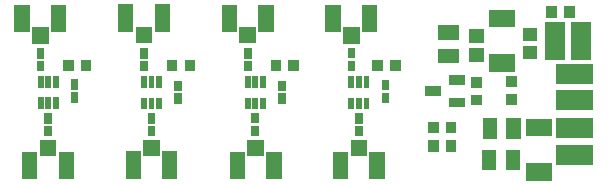
<source format=gts>
G04 Layer: TopSolderMaskLayer*
G04 EasyEDA v6.4.25, 2021-09-22T10:01:34+05:30*
G04 8cc9cb2f6d7c45b292ba83ed26aff0c4,f7b9aed3ca5c4f10b20383f968238e49,10*
G04 Gerber Generator version 0.2*
G04 Scale: 100 percent, Rotated: No, Reflected: No *
G04 Dimensions in inches *
G04 leading zeros omitted , absolute positions ,3 integer and 6 decimal *
%FSLAX36Y36*%
%MOIN*%

%ADD10C,0.0001*%

%LPD*%
G36*
X1235900Y382540D02*
G01*
X1235900Y420540D01*
X1271700Y420540D01*
X1271700Y382540D01*
G37*
G36*
X1295199Y382540D02*
G01*
X1295199Y420540D01*
X1330999Y420540D01*
X1330999Y382540D01*
G37*
G36*
X897300Y382540D02*
G01*
X897300Y420540D01*
X933099Y420540D01*
X933099Y382540D01*
G37*
G36*
X956700Y382540D02*
G01*
X956700Y420540D01*
X992400Y420540D01*
X992400Y382540D01*
G37*
G36*
X550900Y382540D02*
G01*
X550900Y420540D01*
X586600Y420540D01*
X586600Y382540D01*
G37*
G36*
X610199Y382540D02*
G01*
X610199Y420540D01*
X645999Y420540D01*
X645999Y382540D01*
G37*
G36*
X204400Y382540D02*
G01*
X204400Y420540D01*
X240199Y420540D01*
X240199Y382540D01*
G37*
G36*
X263700Y382540D02*
G01*
X263700Y420540D01*
X299500Y420540D01*
X299500Y382540D01*
G37*
G36*
X1267199Y276040D02*
G01*
X1267199Y311140D01*
X1292500Y311140D01*
X1292500Y276040D01*
G37*
G36*
X1267199Y318940D02*
G01*
X1267199Y354039D01*
X1292500Y354039D01*
X1292500Y318940D01*
G37*
G36*
X922599Y274039D02*
G01*
X922599Y309140D01*
X947900Y309140D01*
X947900Y274039D01*
G37*
G36*
X922599Y316939D02*
G01*
X922599Y352040D01*
X947900Y352040D01*
X947900Y316939D01*
G37*
G36*
X576100Y274039D02*
G01*
X576100Y309140D01*
X601399Y309140D01*
X601399Y274039D01*
G37*
G36*
X576100Y316939D02*
G01*
X576100Y352040D01*
X601399Y352040D01*
X601399Y316939D01*
G37*
G36*
X230700Y277840D02*
G01*
X230700Y312940D01*
X255900Y312940D01*
X255900Y277840D01*
G37*
G36*
X230700Y320740D02*
G01*
X230700Y355840D01*
X255900Y355840D01*
X255900Y320740D01*
G37*
G36*
X117200Y382240D02*
G01*
X117200Y417440D01*
X142400Y417440D01*
X142400Y382240D01*
G37*
G36*
X117200Y425240D02*
G01*
X117200Y460340D01*
X142400Y460340D01*
X142400Y425240D01*
G37*
G36*
X1178600Y165740D02*
G01*
X1178600Y200840D01*
X1203899Y200840D01*
X1203899Y165740D01*
G37*
G36*
X1178600Y208640D02*
G01*
X1178600Y243740D01*
X1203899Y243740D01*
X1203899Y208640D01*
G37*
G36*
X833400Y165840D02*
G01*
X833400Y201040D01*
X858600Y201040D01*
X858600Y165840D01*
G37*
G36*
X833400Y208840D02*
G01*
X833400Y243940D01*
X858600Y243940D01*
X858600Y208840D01*
G37*
G36*
X487599Y165840D02*
G01*
X487599Y200940D01*
X512900Y200940D01*
X512900Y165840D01*
G37*
G36*
X487599Y208740D02*
G01*
X487599Y243840D01*
X512900Y243840D01*
X512900Y208740D01*
G37*
G36*
X142899Y165740D02*
G01*
X142899Y200840D01*
X168200Y200840D01*
X168200Y165740D01*
G37*
G36*
X142899Y208640D02*
G01*
X142899Y243740D01*
X168200Y243740D01*
X168200Y208640D01*
G37*
G36*
X1154000Y382940D02*
G01*
X1154000Y418040D01*
X1179299Y418040D01*
X1179299Y382940D01*
G37*
G36*
X1154000Y425840D02*
G01*
X1154000Y460940D01*
X1179299Y460940D01*
X1179299Y425840D01*
G37*
G36*
X808400Y382340D02*
G01*
X808400Y417440D01*
X833700Y417440D01*
X833700Y382340D01*
G37*
G36*
X808400Y425240D02*
G01*
X808400Y460340D01*
X833700Y460340D01*
X833700Y425240D01*
G37*
G36*
X462000Y382440D02*
G01*
X462000Y417540D01*
X487300Y417540D01*
X487300Y382440D01*
G37*
G36*
X462000Y425340D02*
G01*
X462000Y460440D01*
X487300Y460440D01*
X487300Y425340D01*
G37*
G36*
X1815099Y561840D02*
G01*
X1815099Y599840D01*
X1850900Y599840D01*
X1850900Y561840D01*
G37*
G36*
X1874500Y561840D02*
G01*
X1874500Y599840D01*
X1910199Y599840D01*
X1910199Y561840D01*
G37*
G36*
X1226500Y24540D02*
G01*
X1226500Y115240D01*
X1277699Y115240D01*
X1277699Y24540D01*
G37*
G36*
X1163600Y99340D02*
G01*
X1163600Y154540D01*
X1218700Y154540D01*
X1218700Y99340D01*
G37*
G36*
X1104500Y24540D02*
G01*
X1104500Y115240D01*
X1155700Y115240D01*
X1155700Y24540D01*
G37*
G36*
X882699Y24439D02*
G01*
X882699Y115140D01*
X933899Y115140D01*
X933899Y24439D01*
G37*
G36*
X819800Y99239D02*
G01*
X819800Y154439D01*
X874900Y154439D01*
X874900Y99239D01*
G37*
G36*
X760700Y24439D02*
G01*
X760700Y115140D01*
X811900Y115140D01*
X811900Y24439D01*
G37*
G36*
X535499Y24840D02*
G01*
X535499Y115540D01*
X586700Y115540D01*
X586700Y24840D01*
G37*
G36*
X472599Y99639D02*
G01*
X472599Y154840D01*
X527699Y154840D01*
X527699Y99639D01*
G37*
G36*
X413499Y24840D02*
G01*
X413499Y115540D01*
X464699Y115540D01*
X464699Y24840D01*
G37*
G36*
X191000Y24639D02*
G01*
X191000Y115240D01*
X242200Y115240D01*
X242200Y24639D01*
G37*
G36*
X128000Y99340D02*
G01*
X128000Y154540D01*
X183200Y154540D01*
X183200Y99340D01*
G37*
G36*
X68900Y24639D02*
G01*
X68900Y115240D01*
X120100Y115240D01*
X120100Y24639D01*
G37*
G36*
X1079600Y514340D02*
G01*
X1079600Y604940D01*
X1130800Y604940D01*
X1130800Y514340D01*
G37*
G36*
X1138600Y475040D02*
G01*
X1138600Y530240D01*
X1193800Y530240D01*
X1193800Y475040D01*
G37*
G36*
X1201600Y514340D02*
G01*
X1201600Y604940D01*
X1252900Y604940D01*
X1252900Y514340D01*
G37*
G36*
X734400Y514840D02*
G01*
X734400Y605440D01*
X785700Y605440D01*
X785700Y514840D01*
G37*
G36*
X793400Y475540D02*
G01*
X793400Y530740D01*
X848600Y530740D01*
X848600Y475540D01*
G37*
G36*
X856500Y514840D02*
G01*
X856500Y605440D01*
X907699Y605440D01*
X907699Y514840D01*
G37*
G36*
X388800Y515240D02*
G01*
X388800Y605840D01*
X440000Y605840D01*
X440000Y515240D01*
G37*
G36*
X447800Y475940D02*
G01*
X447800Y531040D01*
X502900Y531040D01*
X502900Y475940D01*
G37*
G36*
X510800Y515240D02*
G01*
X510800Y605840D01*
X562000Y605840D01*
X562000Y515240D01*
G37*
G36*
X43400Y514740D02*
G01*
X43400Y605340D01*
X94600Y605340D01*
X94600Y514740D01*
G37*
G36*
X102400Y475440D02*
G01*
X102400Y530540D01*
X157600Y530540D01*
X157600Y475440D01*
G37*
G36*
X165399Y514740D02*
G01*
X165399Y605340D01*
X216700Y605340D01*
X216700Y514740D01*
G37*
G36*
X1738600Y422240D02*
G01*
X1738600Y465540D01*
X1785900Y465540D01*
X1785900Y422240D01*
G37*
G36*
X1738600Y485240D02*
G01*
X1738600Y528540D01*
X1785900Y528540D01*
X1785900Y485240D01*
G37*
G36*
X1898099Y420240D02*
G01*
X1898099Y546340D01*
X1965099Y546340D01*
X1965099Y420240D01*
G37*
G36*
X1813099Y420240D02*
G01*
X1813099Y546340D01*
X1880099Y546340D01*
X1880099Y420240D01*
G37*
G36*
X1846900Y68840D02*
G01*
X1846900Y135940D01*
X1972999Y135940D01*
X1972999Y68840D01*
G37*
G36*
X1846900Y338840D02*
G01*
X1846900Y405940D01*
X1972999Y405940D01*
X1972999Y338840D01*
G37*
G36*
X1846900Y158840D02*
G01*
X1846900Y225940D01*
X1972999Y225940D01*
X1972999Y158840D01*
G37*
G36*
X1557400Y414340D02*
G01*
X1557400Y461640D01*
X1608700Y461640D01*
X1608700Y414340D01*
G37*
G36*
X1557400Y477340D02*
G01*
X1557400Y524639D01*
X1608700Y524639D01*
X1608700Y477340D01*
G37*
G36*
X1455999Y488240D02*
G01*
X1455999Y535640D01*
X1525000Y535640D01*
X1525000Y488240D01*
G37*
G36*
X1455999Y409439D02*
G01*
X1455999Y456840D01*
X1525000Y456840D01*
X1525000Y409439D01*
G37*
G36*
X1604699Y157340D02*
G01*
X1604699Y226340D01*
X1652100Y226340D01*
X1652100Y157340D01*
G37*
G36*
X1683400Y157340D02*
G01*
X1683400Y226340D01*
X1730800Y226340D01*
X1730800Y157340D01*
G37*
G36*
X1681500Y53040D02*
G01*
X1681500Y122040D01*
X1728800Y122040D01*
X1728800Y53040D01*
G37*
G36*
X1602699Y53040D02*
G01*
X1602699Y122040D01*
X1650099Y122040D01*
X1650099Y53040D01*
G37*
G36*
X1846900Y253840D02*
G01*
X1846900Y320940D01*
X1972999Y320940D01*
X1972999Y253840D01*
G37*
G36*
X1181399Y326840D02*
G01*
X1181399Y366240D01*
X1201100Y366240D01*
X1201100Y326840D01*
G37*
G36*
X1155800Y326840D02*
G01*
X1155800Y366240D01*
X1175499Y366240D01*
X1175499Y326840D01*
G37*
G36*
X1155800Y255940D02*
G01*
X1155800Y295340D01*
X1175499Y295340D01*
X1175499Y255940D01*
G37*
G36*
X1181399Y255940D02*
G01*
X1181399Y295340D01*
X1201100Y295340D01*
X1201100Y255940D01*
G37*
G36*
X1207000Y255940D02*
G01*
X1207000Y295340D01*
X1226700Y295340D01*
X1226700Y255940D01*
G37*
G36*
X1207000Y326840D02*
G01*
X1207000Y366240D01*
X1226700Y366240D01*
X1226700Y326840D01*
G37*
G36*
X836799Y326840D02*
G01*
X836799Y366240D01*
X856500Y366240D01*
X856500Y326840D01*
G37*
G36*
X811200Y326840D02*
G01*
X811200Y366240D01*
X830999Y366240D01*
X830999Y326840D01*
G37*
G36*
X811200Y255940D02*
G01*
X811200Y295340D01*
X830999Y295340D01*
X830999Y255940D01*
G37*
G36*
X836799Y255940D02*
G01*
X836799Y295340D01*
X856500Y295340D01*
X856500Y255940D01*
G37*
G36*
X862400Y255940D02*
G01*
X862400Y295340D01*
X882100Y295340D01*
X882100Y255940D01*
G37*
G36*
X862400Y326840D02*
G01*
X862400Y366240D01*
X882100Y366240D01*
X882100Y326840D01*
G37*
G36*
X490199Y326640D02*
G01*
X490199Y366040D01*
X510000Y366040D01*
X510000Y326640D01*
G37*
G36*
X464600Y326640D02*
G01*
X464600Y366040D01*
X484400Y366040D01*
X484400Y326640D01*
G37*
G36*
X464600Y255740D02*
G01*
X464600Y295140D01*
X484400Y295140D01*
X484400Y255740D01*
G37*
G36*
X490199Y255740D02*
G01*
X490199Y295140D01*
X510000Y295140D01*
X510000Y255740D01*
G37*
G36*
X515800Y255740D02*
G01*
X515800Y295140D01*
X535599Y295140D01*
X535599Y255740D01*
G37*
G36*
X515800Y326640D02*
G01*
X515800Y366040D01*
X535599Y366040D01*
X535599Y326640D01*
G37*
G36*
X146300Y327940D02*
G01*
X146300Y367340D01*
X166100Y367340D01*
X166100Y327940D01*
G37*
G36*
X120700Y327940D02*
G01*
X120700Y367340D01*
X140500Y367340D01*
X140500Y327940D01*
G37*
G36*
X120700Y257040D02*
G01*
X120700Y296440D01*
X140500Y296440D01*
X140500Y257040D01*
G37*
G36*
X146300Y257040D02*
G01*
X146300Y296440D01*
X166100Y296440D01*
X166100Y257040D01*
G37*
G36*
X171900Y257040D02*
G01*
X171900Y296440D01*
X191700Y296440D01*
X191700Y257040D01*
G37*
G36*
X171900Y327940D02*
G01*
X171900Y367340D01*
X191700Y367340D01*
X191700Y327940D01*
G37*
G36*
X1421300Y114840D02*
G01*
X1421300Y152840D01*
X1457100Y152840D01*
X1457100Y114840D01*
G37*
G36*
X1480700Y114840D02*
G01*
X1480700Y152840D01*
X1516399Y152840D01*
X1516399Y114840D01*
G37*
G36*
X1680199Y271440D02*
G01*
X1680199Y307139D01*
X1718300Y307139D01*
X1718300Y271440D01*
G37*
G36*
X1680199Y330740D02*
G01*
X1680199Y366440D01*
X1718300Y366440D01*
X1718300Y330740D01*
G37*
G36*
X1564100Y269439D02*
G01*
X1564100Y305240D01*
X1602100Y305240D01*
X1602100Y269439D01*
G37*
G36*
X1564100Y328740D02*
G01*
X1564100Y364540D01*
X1602100Y364540D01*
X1602100Y328740D01*
G37*
G36*
X1480700Y175940D02*
G01*
X1480700Y213940D01*
X1516399Y213940D01*
X1516399Y175940D01*
G37*
G36*
X1421300Y175940D02*
G01*
X1421300Y213940D01*
X1457100Y213940D01*
X1457100Y175940D01*
G37*
G36*
X1491500Y263840D02*
G01*
X1491500Y295340D01*
X1544699Y295340D01*
X1544699Y263840D01*
G37*
G36*
X1491500Y338640D02*
G01*
X1491500Y370140D01*
X1544699Y370140D01*
X1544699Y338640D01*
G37*
G36*
X1412699Y301240D02*
G01*
X1412699Y332740D01*
X1465999Y332740D01*
X1465999Y301240D01*
G37*
G36*
X1748400Y18540D02*
G01*
X1748400Y75740D01*
X1835199Y75740D01*
X1835199Y18540D01*
G37*
G36*
X1748400Y166240D02*
G01*
X1748400Y223440D01*
X1835199Y223440D01*
X1835199Y166240D01*
G37*
G36*
X1624800Y382040D02*
G01*
X1624800Y439239D01*
X1711600Y439239D01*
X1711600Y382040D01*
G37*
G36*
X1624800Y529740D02*
G01*
X1624800Y586939D01*
X1711600Y586939D01*
X1711600Y529740D01*
G37*
M02*

</source>
